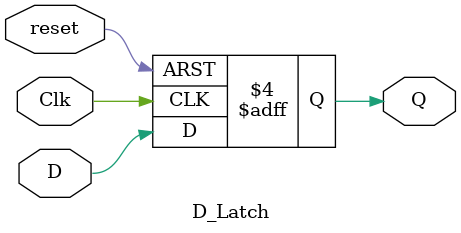
<source format=v>
module lab6_1 (input [17:0] SW, input [3:0] KEY, output [17:0] LEDR);
	
	reg [7:0] A, B;
	wire [7:0] S, Q;
	
	assign LEDR[7:0] = Q;
	
	adder add_8b(SW[7:0], Q, 0, S, LEDR[8]);
	defparam add_8b.n = 8; //8bit adder
	
	D_Latch ff0 (KEY[1], S[0], KEY[0], Q[0]);
	D_Latch ff1 (KEY[1], S[1], KEY[0], Q[1]);
	D_Latch ff2 (KEY[1], S[2], KEY[0], Q[2]);
	D_Latch ff3 (KEY[1], S[3], KEY[0], Q[3]);
	D_Latch ff4 (KEY[1], S[4], KEY[0], Q[4]);
	D_Latch ff5 (KEY[1], S[5], KEY[0], Q[5]);
	D_Latch ff6 (KEY[1], S[6], KEY[0], Q[6]);
	D_Latch ff7 (KEY[1], S[7], KEY[0], Q[7]);
	
	always @ (negedge KEY[0]) begin
    if (KEY[0] == 0) begin
      A = 8'b00000000;
      B = 8'b00000000;
    end
	end
	
endmodule

module adder (input [n-1:0] A, B, input cin, output wire [n-1:0] sum, output wire carry);
	parameter n = 8;
	
	assign {carry, sum} = A+B+cin;
endmodule

module D_Latch (input Clk, D, reset, output reg Q);
  always @ (negedge Clk or negedge reset)
      if (reset == 0)
			Q = 0;
		else if(Clk == 0)
			Q = D;
endmodule

</source>
